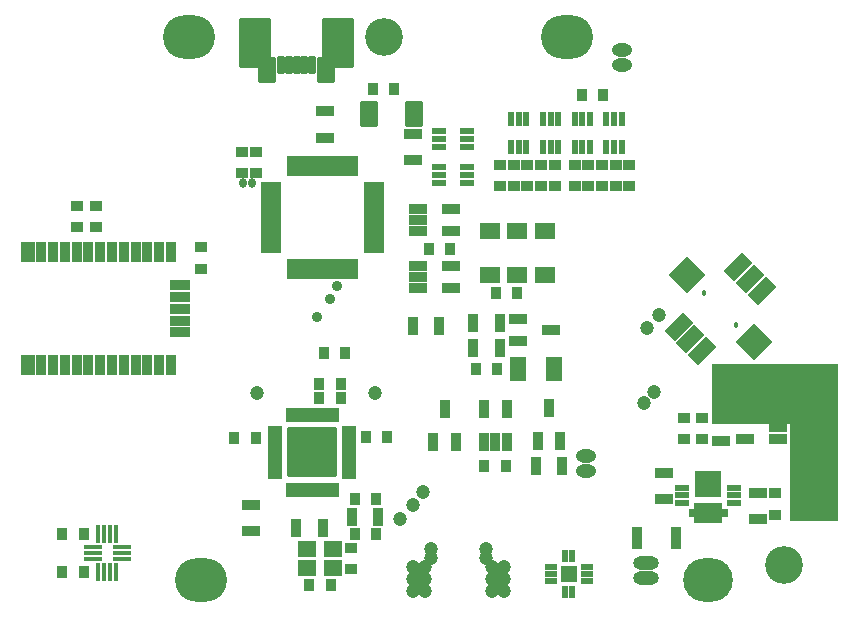
<source format=gts>
G04 Layer_Color=8388736*
%FSLAX25Y25*%
%MOIN*%
G70*
G01*
G75*
%ADD92R,0.04343X0.03556*%
%ADD93R,0.06115X0.03753*%
%ADD94R,0.03753X0.06115*%
G04:AMPARAMS|DCode=95|XSize=86.74mil|YSize=57.21mil|CornerRadius=4.25mil|HoleSize=0mil|Usage=FLASHONLY|Rotation=90.000|XOffset=0mil|YOffset=0mil|HoleType=Round|Shape=RoundedRectangle|*
%AMROUNDEDRECTD95*
21,1,0.08674,0.04872,0,0,90.0*
21,1,0.07825,0.05721,0,0,90.0*
1,1,0.00849,0.02436,0.03912*
1,1,0.00849,0.02436,-0.03912*
1,1,0.00849,-0.02436,-0.03912*
1,1,0.00849,-0.02436,0.03912*
%
%ADD95ROUNDEDRECTD95*%
G04:AMPARAMS|DCode=96|XSize=165.48mil|YSize=106.42mil|CornerRadius=4.49mil|HoleSize=0mil|Usage=FLASHONLY|Rotation=90.000|XOffset=0mil|YOffset=0mil|HoleType=Round|Shape=RoundedRectangle|*
%AMROUNDEDRECTD96*
21,1,0.16548,0.09744,0,0,90.0*
21,1,0.15650,0.10642,0,0,90.0*
1,1,0.00898,0.04872,0.07825*
1,1,0.00898,0.04872,-0.07825*
1,1,0.00898,-0.04872,-0.07825*
1,1,0.00898,-0.04872,0.07825*
%
%ADD96ROUNDEDRECTD96*%
G04:AMPARAMS|DCode=97|XSize=61.15mil|YSize=23.75mil|CornerRadius=4.08mil|HoleSize=0mil|Usage=FLASHONLY|Rotation=90.000|XOffset=0mil|YOffset=0mil|HoleType=Round|Shape=RoundedRectangle|*
%AMROUNDEDRECTD97*
21,1,0.06115,0.01559,0,0,90.0*
21,1,0.05299,0.02375,0,0,90.0*
1,1,0.00816,0.00780,0.02650*
1,1,0.00816,0.00780,-0.02650*
1,1,0.00816,-0.00780,-0.02650*
1,1,0.00816,-0.00780,0.02650*
%
%ADD97ROUNDEDRECTD97*%
G04:AMPARAMS|DCode=98|XSize=57.21mil|YSize=86.74mil|CornerRadius=5.23mil|HoleSize=0mil|Usage=FLASHONLY|Rotation=180.000|XOffset=0mil|YOffset=0mil|HoleType=Round|Shape=RoundedRectangle|*
%AMROUNDEDRECTD98*
21,1,0.05721,0.07628,0,0,180.0*
21,1,0.04675,0.08674,0,0,180.0*
1,1,0.01046,-0.02338,0.03814*
1,1,0.01046,0.02338,0.03814*
1,1,0.01046,0.02338,-0.03814*
1,1,0.01046,-0.02338,-0.03814*
%
%ADD98ROUNDEDRECTD98*%
%ADD99R,0.02375X0.04737*%
%ADD100R,0.05131X0.01902*%
%ADD101R,0.01902X0.05131*%
%ADD102R,0.04147X0.02178*%
%ADD103R,0.02178X0.04147*%
%ADD104R,0.05524X0.05524*%
%ADD105R,0.03556X0.04343*%
%ADD106R,0.06154X0.03359*%
%ADD107R,0.02769X0.02769*%
%ADD108R,0.09461X0.06706*%
%ADD109R,0.08674X0.08674*%
%ADD110R,0.04737X0.02375*%
%ADD111R,0.01784X0.05918*%
%ADD112R,0.05918X0.01784*%
%ADD113R,0.04737X0.06706*%
%ADD114R,0.03556X0.06706*%
%ADD115R,0.06706X0.03556*%
%ADD116R,0.01902X0.06706*%
%ADD117R,0.06706X0.01902*%
%ADD118R,0.05524X0.07887*%
%ADD119R,0.06706X0.05721*%
%ADD120R,0.03359X0.06154*%
%ADD121R,0.06312X0.05524*%
G04:AMPARAMS|DCode=122|XSize=47.37mil|YSize=86.74mil|CornerRadius=0mil|HoleSize=0mil|Usage=FLASHONLY|Rotation=315.000|XOffset=0mil|YOffset=0mil|HoleType=Round|Shape=Rectangle|*
%AMROTATEDRECTD122*
4,1,4,-0.04742,-0.01392,0.01392,0.04742,0.04742,0.01392,-0.01392,-0.04742,-0.04742,-0.01392,0.0*
%
%ADD122ROTATEDRECTD122*%

%ADD123P,0.12267X4X360.0*%
%ADD124R,0.04737X0.02375*%
%ADD125R,0.03753X0.07690*%
%ADD126O,0.02769X0.03162*%
%ADD127C,0.12611*%
G04:AMPARAMS|DCode=128|XSize=165.48mil|YSize=165.48mil|CornerRadius=4.79mil|HoleSize=0mil|Usage=FLASHONLY|Rotation=0.000|XOffset=0mil|YOffset=0mil|HoleType=Round|Shape=RoundedRectangle|*
%AMROUNDEDRECTD128*
21,1,0.16548,0.15590,0,0,0.0*
21,1,0.15590,0.16548,0,0,0.0*
1,1,0.00958,0.07795,-0.07795*
1,1,0.00958,-0.07795,-0.07795*
1,1,0.00958,-0.07795,0.07795*
1,1,0.00958,0.07795,0.07795*
%
%ADD128ROUNDEDRECTD128*%
%ADD129C,0.04737*%
%ADD130O,0.06706X0.04343*%
%ADD131C,0.01800*%
%ADD132O,0.17335X0.14579*%
%ADD133O,0.16548X0.14579*%
%ADD134O,0.08674X0.04343*%
%ADD135C,0.03556*%
G36*
X472441Y106299D02*
X456299D01*
Y138846D01*
X430315D01*
Y158661D01*
X472441D01*
Y106299D01*
D02*
G37*
D92*
X451400Y115643D02*
D03*
Y108557D02*
D03*
X402800Y225168D02*
D03*
Y218081D02*
D03*
X398222Y225168D02*
D03*
Y218081D02*
D03*
X393644Y225168D02*
D03*
Y218081D02*
D03*
X389067Y225168D02*
D03*
Y218081D02*
D03*
X384489Y225168D02*
D03*
Y218081D02*
D03*
X377943Y225168D02*
D03*
Y218081D02*
D03*
X373365Y225168D02*
D03*
Y218081D02*
D03*
X368787Y225168D02*
D03*
Y218081D02*
D03*
X364209Y225168D02*
D03*
Y218081D02*
D03*
X359632Y225168D02*
D03*
Y218081D02*
D03*
X427067Y133705D02*
D03*
Y140791D02*
D03*
X421106Y133705D02*
D03*
Y140791D02*
D03*
X259842Y190551D02*
D03*
Y197638D02*
D03*
X218504Y211417D02*
D03*
Y204331D02*
D03*
X225000D02*
D03*
Y211417D02*
D03*
X309842Y90320D02*
D03*
Y97406D02*
D03*
X273622Y229528D02*
D03*
Y222441D02*
D03*
X278346Y229528D02*
D03*
Y222441D02*
D03*
D93*
X445800Y115829D02*
D03*
Y106971D02*
D03*
X414173Y122539D02*
D03*
Y113681D02*
D03*
X433366Y142027D02*
D03*
Y133169D02*
D03*
X301181Y243012D02*
D03*
Y234154D02*
D03*
X330700Y235529D02*
D03*
Y226671D02*
D03*
X276772Y111909D02*
D03*
Y103051D02*
D03*
D94*
X330542Y171400D02*
D03*
X339400D02*
D03*
X319129Y107800D02*
D03*
X310271D02*
D03*
X359547Y164173D02*
D03*
X350689D02*
D03*
X359547Y172441D02*
D03*
X350689D02*
D03*
X291634Y104099D02*
D03*
X300492D02*
D03*
X371555Y124803D02*
D03*
X380413D02*
D03*
D95*
X282057Y256725D02*
D03*
X301743D02*
D03*
D96*
X278120Y265780D02*
D03*
X305679D02*
D03*
D97*
X286782Y258300D02*
D03*
X289341D02*
D03*
X291900D02*
D03*
X294459D02*
D03*
X297018D02*
D03*
D98*
X316118Y242200D02*
D03*
X330882D02*
D03*
D99*
X389659Y240449D02*
D03*
X387100D02*
D03*
X384541D02*
D03*
Y231000D02*
D03*
X387100D02*
D03*
X389659D02*
D03*
X400259Y240449D02*
D03*
X397700D02*
D03*
X395141D02*
D03*
Y231000D02*
D03*
X397700D02*
D03*
X400259D02*
D03*
X379059Y240449D02*
D03*
X376500D02*
D03*
X373941D02*
D03*
Y231000D02*
D03*
X376500D02*
D03*
X379059D02*
D03*
X368459Y240449D02*
D03*
X365900D02*
D03*
X363341D02*
D03*
Y231000D02*
D03*
X365900D02*
D03*
X368459D02*
D03*
D100*
X309433Y121405D02*
D03*
Y123373D02*
D03*
Y125342D02*
D03*
Y127310D02*
D03*
Y129279D02*
D03*
Y131247D02*
D03*
Y133216D02*
D03*
Y135184D02*
D03*
Y137153D02*
D03*
X284630D02*
D03*
Y135184D02*
D03*
Y133216D02*
D03*
Y131247D02*
D03*
Y129279D02*
D03*
Y127310D02*
D03*
Y125342D02*
D03*
Y123373D02*
D03*
Y121405D02*
D03*
D101*
X304906Y141680D02*
D03*
X302937D02*
D03*
X300969D02*
D03*
X299000D02*
D03*
X297031D02*
D03*
X295063D02*
D03*
X293094D02*
D03*
X291126D02*
D03*
X289158D02*
D03*
Y116877D02*
D03*
X291126D02*
D03*
X293094D02*
D03*
X295063D02*
D03*
X297031D02*
D03*
X299000D02*
D03*
X300969D02*
D03*
X302937D02*
D03*
X304906D02*
D03*
D102*
X388580Y86376D02*
D03*
Y88738D02*
D03*
Y91100D02*
D03*
X376572D02*
D03*
Y88738D02*
D03*
Y86376D02*
D03*
D103*
X383757Y94742D02*
D03*
X381395D02*
D03*
Y82734D02*
D03*
X383757D02*
D03*
D104*
X382576Y88738D02*
D03*
D105*
X300886Y162405D02*
D03*
X307972D02*
D03*
X213779Y101969D02*
D03*
X220866D02*
D03*
Y89370D02*
D03*
X213779D02*
D03*
X303150Y85202D02*
D03*
X296063D02*
D03*
X318343Y102000D02*
D03*
X311257D02*
D03*
X299394Y147444D02*
D03*
X306480D02*
D03*
X299394Y151987D02*
D03*
X306480D02*
D03*
X314961Y134452D02*
D03*
X322047D02*
D03*
X271141Y134191D02*
D03*
X278228D02*
D03*
X318343Y113600D02*
D03*
X311257D02*
D03*
X358661Y157087D02*
D03*
X351575D02*
D03*
X365354Y182283D02*
D03*
X358268D02*
D03*
X387057Y248500D02*
D03*
X394143D02*
D03*
X335948Y197137D02*
D03*
X343035D02*
D03*
X361543Y124900D02*
D03*
X354457D02*
D03*
X324443Y250500D02*
D03*
X317357D02*
D03*
D106*
X441185Y133902D02*
D03*
Y141382D02*
D03*
X452209D02*
D03*
Y137642D02*
D03*
Y133902D02*
D03*
X332405Y210424D02*
D03*
Y206684D02*
D03*
Y202944D02*
D03*
X343428D02*
D03*
Y210424D02*
D03*
X376772Y170079D02*
D03*
X365748Y173819D02*
D03*
Y166339D02*
D03*
X343428Y191527D02*
D03*
Y184046D02*
D03*
X332405D02*
D03*
Y187787D02*
D03*
Y191527D02*
D03*
D107*
X424016Y109055D02*
D03*
X434252D02*
D03*
D108*
X429134D02*
D03*
D109*
Y118898D02*
D03*
D110*
X437795Y117520D02*
D03*
Y114961D02*
D03*
Y112402D02*
D03*
X420472D02*
D03*
Y114961D02*
D03*
Y117520D02*
D03*
D111*
X225787Y89370D02*
D03*
X227756D02*
D03*
X229724D02*
D03*
X231693D02*
D03*
X225787Y101969D02*
D03*
X227756D02*
D03*
X229724D02*
D03*
X231693D02*
D03*
D112*
X223819Y93701D02*
D03*
Y97638D02*
D03*
Y95669D02*
D03*
X233661D02*
D03*
Y93701D02*
D03*
Y97638D02*
D03*
D113*
X202165Y196063D02*
D03*
Y158268D02*
D03*
D114*
X206693Y196063D02*
D03*
X210630D02*
D03*
X214567D02*
D03*
X218504D02*
D03*
X222441D02*
D03*
X226378D02*
D03*
X230315D02*
D03*
X234252D02*
D03*
X238189D02*
D03*
X242126D02*
D03*
X246063D02*
D03*
X250000D02*
D03*
Y158268D02*
D03*
X246063D02*
D03*
X242126D02*
D03*
X238189D02*
D03*
X234252D02*
D03*
X230315D02*
D03*
X226378D02*
D03*
X222441D02*
D03*
X218504D02*
D03*
X214567D02*
D03*
X210630D02*
D03*
X206693D02*
D03*
D115*
X252953Y185039D02*
D03*
Y181102D02*
D03*
Y177165D02*
D03*
Y173228D02*
D03*
Y169291D02*
D03*
D116*
X289567Y190354D02*
D03*
X291535D02*
D03*
X293504D02*
D03*
X295472D02*
D03*
X297441D02*
D03*
X299410D02*
D03*
X301378D02*
D03*
X303346D02*
D03*
X305315D02*
D03*
X307283D02*
D03*
X309252D02*
D03*
X311221D02*
D03*
X311221Y224606D02*
D03*
X309252D02*
D03*
X307283D02*
D03*
X305315D02*
D03*
X303346D02*
D03*
X301378D02*
D03*
X299409D02*
D03*
X297441D02*
D03*
X295472D02*
D03*
X293504D02*
D03*
X291535D02*
D03*
X289567D02*
D03*
D117*
X283268Y218307D02*
D03*
Y216339D02*
D03*
Y214370D02*
D03*
Y212402D02*
D03*
Y210433D02*
D03*
Y208465D02*
D03*
Y206496D02*
D03*
Y204527D02*
D03*
Y202559D02*
D03*
Y200591D02*
D03*
Y198622D02*
D03*
Y196653D02*
D03*
X317520D02*
D03*
Y198622D02*
D03*
Y200590D02*
D03*
Y202559D02*
D03*
Y204527D02*
D03*
Y206496D02*
D03*
Y208465D02*
D03*
Y210433D02*
D03*
Y212402D02*
D03*
Y214370D02*
D03*
Y216339D02*
D03*
Y218307D02*
D03*
D118*
X377559Y157087D02*
D03*
X365748D02*
D03*
D119*
X365453Y203246D02*
D03*
Y188482D02*
D03*
X356299Y203246D02*
D03*
Y188482D02*
D03*
X374606Y203246D02*
D03*
Y188482D02*
D03*
D120*
X341200Y143712D02*
D03*
X337460Y132688D02*
D03*
X344940D02*
D03*
X354360D02*
D03*
X358100D02*
D03*
X361840D02*
D03*
Y143712D02*
D03*
X354360D02*
D03*
X379724Y133071D02*
D03*
X372244D02*
D03*
X375984Y144095D02*
D03*
D121*
X303937Y97013D02*
D03*
X295276Y97013D02*
D03*
X295276Y90713D02*
D03*
X303937Y90713D02*
D03*
D122*
X419151Y171180D02*
D03*
X423118Y167213D02*
D03*
X427085Y163246D02*
D03*
X439056Y191085D02*
D03*
X443023Y187118D02*
D03*
X446990Y183151D02*
D03*
D123*
X421935Y188301D02*
D03*
X444206Y166030D02*
D03*
D124*
X339308Y219182D02*
D03*
Y221741D02*
D03*
X348757Y219182D02*
D03*
X339308Y224300D02*
D03*
X348757Y221741D02*
D03*
Y224300D02*
D03*
X339308Y231163D02*
D03*
X348757D02*
D03*
X339308Y233722D02*
D03*
Y236281D02*
D03*
X348757Y233722D02*
D03*
Y236281D02*
D03*
D125*
X405217Y100787D02*
D03*
X418405D02*
D03*
D126*
X273925Y219000D02*
D03*
X277075D02*
D03*
D127*
X320866Y267717D02*
D03*
X454331Y91732D02*
D03*
D128*
X297031Y129279D02*
D03*
D129*
X278724Y149090D02*
D03*
X318094D02*
D03*
X407800Y145700D02*
D03*
X410900Y149508D02*
D03*
X408600Y170600D02*
D03*
X412603Y175192D02*
D03*
X330500Y111900D02*
D03*
X326400Y107100D02*
D03*
X336500Y94000D02*
D03*
Y97000D02*
D03*
X334500Y91000D02*
D03*
X355000Y94000D02*
D03*
Y97000D02*
D03*
X361000Y87000D02*
D03*
X359000Y85000D02*
D03*
X357000Y87000D02*
D03*
Y83000D02*
D03*
X361000D02*
D03*
X359000Y89000D02*
D03*
X361000Y91000D02*
D03*
X357000D02*
D03*
X330500D02*
D03*
X332500Y89000D02*
D03*
X334500Y83000D02*
D03*
X330500D02*
D03*
Y87000D02*
D03*
X332500Y85000D02*
D03*
X334500Y87000D02*
D03*
X334055Y116240D02*
D03*
D130*
X400197Y258465D02*
D03*
Y263386D02*
D03*
X388189Y128150D02*
D03*
Y123228D02*
D03*
D131*
X427781Y182455D02*
D03*
X438360Y171876D02*
D03*
D132*
X381890Y267717D02*
D03*
X255906D02*
D03*
X259842Y86614D02*
D03*
D133*
X429134D02*
D03*
D134*
X408268Y87402D02*
D03*
Y92323D02*
D03*
D135*
X305315Y184843D02*
D03*
X302968Y180422D02*
D03*
X298800Y174413D02*
D03*
M02*

</source>
